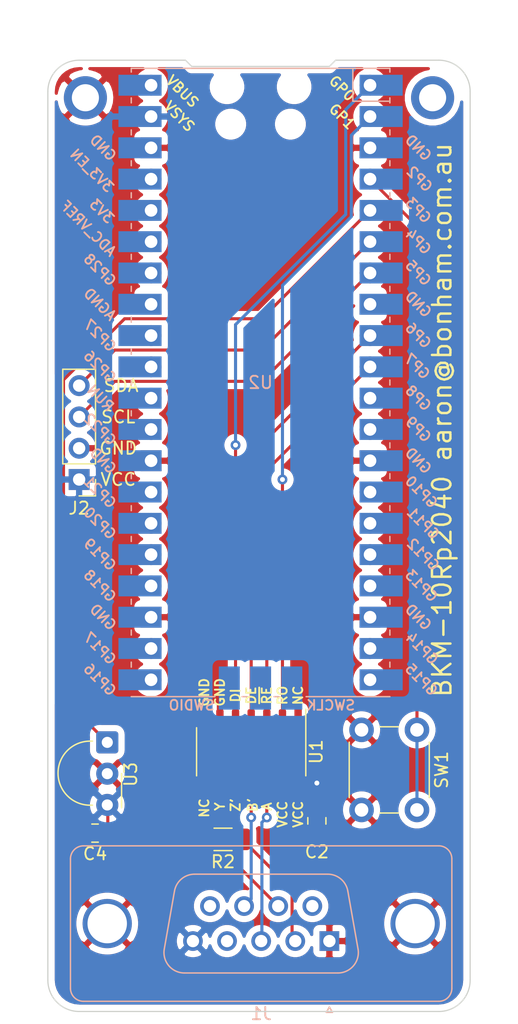
<source format=kicad_pcb>
(kicad_pcb (version 20211014) (generator pcbnew)
  (layers (0 "F.Cu" signal) (31 "B.Cu" signal) (34 "B.Paste" user) (35 "F.Paste" user) (36 "B.SilkS" user "B.Silkscreen") (37 "F.SilkS" user "F.Silkscreen") (38 "B.Mask" user) (39 "F.Mask" user) (44 "Edge.Cuts" user))
  (net 0 "")
  (net 1 "Net-(U2-Pad43)")
  (net 2 "Net-(U2-Pad42)")
  (net 3 "Net-(U2-Pad41)")
  (net 4 "Net-(U2-Pad21)")
  (net 5 "Net-(U2-Pad22)")
  (net 6 "Net-(U2-Pad24)")
  (net 7 "Net-(U2-Pad25)")
  (net 8 "Net-(U2-Pad26)")
  (net 9 "Net-(U2-Pad27)")
  (net 10 "Net-(U2-Pad29)")
  (net 11 "Net-(U2-Pad30)")
  (net 12 "Net-(U2-Pad31)")
  (net 13 "Net-(U2-Pad32)")
  (net 14 "Net-(U2-Pad33)")
  (net 15 "Net-(U2-Pad34)")
  (net 16 "Net-(U2-Pad35)")
  (net 17 "Net-(U2-Pad36)")
  (net 18 "Net-(U2-Pad37)")
  (net 19 "Net-(U2-Pad40)")
  (net 20 "Net-(U2-Pad20)")
  (net 21 "Net-(U2-Pad19)")
  (net 22 "Net-(U2-Pad17)")
  (net 23 "Net-(U2-Pad16)")
  (net 24 "Net-(U2-Pad15)")
  (net 25 "Net-(U2-Pad14)")
  (net 26 "Net-(U2-Pad12)")
  (net 27 "Net-(U2-Pad11)")
  (net 28 "+5V")
  (net 29 "GND")
  (net 30 "RXD-")
  (net 31 "TXD+")
  (net 32 "RXD+")
  (net 33 "TXD-")
  (net 34 "LEARN")
  (net 35 "TX")
  (net 36 "DE")
  (net 37 "~{RE}")
  (net 38 "RX")
  (net 39 "IR")
  (net 40 "SDA")
  (net 41 "SCL")
  (footprint "Capacitor_SMD:C_0805_2012Metric_Pad1.18x1.45mm_HandSolder" (layer "F.Cu") (at 132.334 128.0375 90)
    (fp_text reference "C2" (at -2.5185 0 180) (layer "F.SilkS"))
    (fp_text value "0.1uF")
    (fp_line (start -0.261252 -0.735) (end 0.261252 -0.735) (layer "F.SilkS") (width 0.12))
    (fp_line (start -0.261252 0.735) (end 0.261252 0.735) (layer "F.SilkS") (width 0.12))
    (pad "1" smd roundrect locked (at -1.0375 0 90) (size 1.175 1.45) (layers "F.Cu" "F.Paste" "F.Mask") (roundrect_rratio 0.2127659574) (net 29 "GND"))
    (pad "2" smd roundrect locked (at 1.0375 0 90) (size 1.175 1.45) (layers "F.Cu" "F.Paste" "F.Mask") (roundrect_rratio 0.2127659574) (net 28 "+5V"))
  )
  (footprint "OptoDevice:Vishay_MINIMOLD-3Pin" (layer "F.Cu") (at 115.316 121.666 -90)
    (fp_text reference "U3" (at 2.6 -1.9 -90) (layer "F.SilkS"))
    (fp_text value "TSOP335xx")
    (fp_line (start -0.1 1.4) (end -0.1 1.2) (layer "F.SilkS") (width 0.12))
    (fp_line (start 5.1 1.4) (end 5.1 1.2) (layer "F.SilkS") (width 0.12))
    (fp_line (start 5.3 -1.16) (end 2.54 -1.16) (layer "F.SilkS") (width 0.12))
    (fp_arc (start 5.1 1.4) (mid 2.5 4) (end -0.1 1.4) (layer "F.SilkS") (width 0.12))
    (pad "1" thru_hole roundrect locked (at 0 0 270) (size 1.8 1.8) (drill 0.9) (layers *.Cu *.Mask) (roundrect_rratio 0.139) (net 39 "IR"))
    (pad "2" thru_hole circle locked (at 2.54 0 270) (size 1.8 1.8) (drill 0.9) (layers *.Cu *.Mask) (net 29 "GND"))
    (pad "3" thru_hole circle locked (at 5.08 0 270) (size 1.8 1.8) (drill 0.9) (layers *.Cu *.Mask) (net 28 "+5V"))
  )
  (footprint "Connector_PinHeader_2.54mm:PinHeader_1x04_P2.54mm_Vertical" (layer "F.Cu") (at 113.03 100.33 180)
    (fp_text reference "J2" (at 0 -2.33) (layer "F.SilkS"))
    (fp_text value "Conn_01x04")
    (fp_line (start -1.33 8.95) (end 1.33 8.95) (layer "F.SilkS") (width 0.12))
    (fp_line (start -1.33 -1.33) (end 0 -1.33) (layer "F.SilkS") (width 0.12))
    (fp_line (start -1.33 1.27) (end 1.33 1.27) (layer "F.SilkS") (width 0.12))
    (fp_line (start -1.33 0) (end -1.33 -1.33) (layer "F.SilkS") (width 0.12))
    (fp_line (start 1.33 1.27) (end 1.33 8.95) (layer "F.SilkS") (width 0.12))
    (fp_line (start -1.33 1.27) (end -1.33 8.95) (layer "F.SilkS") (width 0.12))
    (pad "1" thru_hole rect locked (at 0 0 180) (size 1.7 1.7) (drill 1) (layers *.Cu *.Mask) (net 28 "+5V"))
    (pad "2" thru_hole oval locked (at 0 2.54 180) (size 1.7 1.7) (drill 1) (layers *.Cu *.Mask) (net 29 "GND"))
    (pad "3" thru_hole oval locked (at 0 5.08 180) (size 1.7 1.7) (drill 1) (layers *.Cu *.Mask) (net 41 "SCL"))
    (pad "4" thru_hole oval locked (at 0 7.62 180) (size 1.7 1.7) (drill 1) (layers *.Cu *.Mask) (net 40 "SDA"))
  )
  (footprint "Button_Switch_THT:SW_PUSH_6mm" (layer "F.Cu") (at 140.462 120.65 -90)
    (fp_text reference "SW1" (at 3.25 -2 90) (layer "F.SilkS"))
    (fp_text value "SW_DPST_x2")
    (fp_line (start 6.75 3) (end 6.75 1.5) (layer "F.SilkS") (width 0.12))
    (fp_line (start 5.5 -1) (end 1 -1) (layer "F.SilkS") (width 0.12))
    (fp_line (start -0.25 1.5) (end -0.25 3) (layer "F.SilkS") (width 0.12))
    (fp_line (start 1 5.5) (end 5.5 5.5) (layer "F.SilkS") (width 0.12))
    (pad "1" thru_hole circle locked (at 6.5 0) (size 2 2) (drill 1.1) (layers *.Cu *.Mask) (net 34 "LEARN"))
    (pad "1" thru_hole circle locked (at 0 0) (size 2 2) (drill 1.1) (layers *.Cu *.Mask) (net 34 "LEARN"))
    (pad "2" thru_hole circle locked (at 0 4.5) (size 2 2) (drill 1.1) (layers *.Cu *.Mask) (net 29 "GND"))
    (pad "2" thru_hole circle locked (at 6.5 4.5) (size 2 2) (drill 1.1) (layers *.Cu *.Mask) (net 29 "GND"))
  )
  (footprint "MountingHole:MountingHole_2.2mm_M2_ISO7380_Pad" (layer "F.Cu") (at 113.538 69.342)
    (fp_text reference "H1" hide)
    (fp_text value "MountingHole_Pad")
    (pad "1" thru_hole circle locked (at 0 0) (size 3.5 3.5) (drill 2.2) (layers *.Cu *.Mask) (net 29 "GND"))
  )
  (footprint "Capacitor_SMD:C_0805_2012Metric_Pad1.18x1.45mm_HandSolder" (layer "F.Cu") (at 114.3215 129.032 180)
    (fp_text reference "C4" (at 0 -1.68) (layer "F.SilkS"))
    (fp_text value "0.1uF")
    (fp_line (start -0.261252 -0.735) (end 0.261252 -0.735) (layer "F.SilkS") (width 0.12))
    (fp_line (start -0.261252 0.735) (end 0.261252 0.735) (layer "F.SilkS") (width 0.12))
    (pad "1" smd roundrect locked (at -1.0375 0 180) (size 1.175 1.45) (layers "F.Cu" "F.Paste" "F.Mask") (roundrect_rratio 0.2127659574) (net 28 "+5V"))
    (pad "2" smd roundrect locked (at 1.0375 0 180) (size 1.175 1.45) (layers "F.Cu" "F.Paste" "F.Mask") (roundrect_rratio 0.2127659574) (net 29 "GND"))
  )
  (footprint "Resistor_SMD:R_1206_3216Metric_Pad1.30x1.75mm_HandSolder" (layer "F.Cu") (at 124.714 129.54 180)
    (fp_text reference "R2" (at 0 -1.82) (layer "F.SilkS"))
    (fp_text value "60R")
    (fp_line (start -0.727064 -0.91) (end 0.727064 -0.91) (layer "F.SilkS") (width 0.12))
    (fp_line (start -0.727064 0.91) (end 0.727064 0.91) (layer "F.SilkS") (width 0.12))
    (pad "1" smd roundrect locked (at -1.55 0 180) (size 1.3 1.75) (layers "F.Cu" "F.Paste" "F.Mask") (roundrect_rratio 0.1923069231) (net 33 "TXD-"))
    (pad "2" smd roundrect locked (at 1.55 0 180) (size 1.3 1.75) (layers "F.Cu" "F.Paste" "F.Mask") (roundrect_rratio 0.1923069231) (net 31 "TXD+"))
  )
  (footprint "Package_SO:SOIC-14_3.9x8.7mm_P1.27mm" (layer "F.Cu") (at 127 122.428 -90)
    (fp_text reference "U1" (at 0 -5.28 90) (layer "F.SilkS"))
    (fp_text value "ADM3063EARZ-ND")
    (fp_text user "~{RE}" (at -4.572 -1.27 90) (layer "F.SilkS") (effects (font (size 0.75 0.75))))
    (fp_text user "NC" (at -4.572 -3.81 90) (layer "F.SilkS") (effects (font (size 0.75 0.75))))
    (fp_text user "B'" (at 4.318 -0.127 90) (layer "F.SilkS") (effects (font (size 0.75 0.75))))
    (fp_text user "RO" (at -4.572 -2.54 90) (layer "F.SilkS") (effects (font (size 0.75 0.75))))
    (fp_text user "VCC" (at 5.08 -2.54 90) (layer "F.SilkS") (effects (font (size 0.75 0.75))))
    (fp_text user "DE" (at -4.572 0 90) (layer "F.SilkS") (effects (font (size 0.75 0.75))))
    (fp_text user "Z'" (at 4.318 1.27 90) (layer "F.SilkS") (effects (font (size 0.75 0.75))))
    (fp_text user "Y" (at 4.445 2.54 90) (layer "F.SilkS") (effects (font (size 0.75 0.75))))
    (fp_text user "NC" (at 4.572 3.81 90) (layer "F.SilkS") (effects (font (size 0.75 0.75))))
    (fp_text user "VCC" (at 5.08 -3.81 90) (layer "F.SilkS") (effects (font (size 0.75 0.75))))
    (fp_text user "DI" (at -4.572 1.27 90) (layer "F.SilkS") (effects (font (size 0.75 0.75))))
    (fp_text user "GND" (at -4.826 2.54 90) (layer "F.SilkS") (effects (font (size 0.75 0.75))))
    (fp_text user "GND" (at -4.826 3.81 90) (layer "F.SilkS") (effects (font (size 0.75 0.75))))
    (fp_text user "A" (at 4.445 -1.27 90) (layer "F.SilkS") (effects (font (size 0.75 0.75))))
    (fp_line (start 0 -4.435) (end 1.95 -4.435) (layer "F.SilkS") (width 0.12))
    (fp_line (start 0 4.435) (end -1.95 4.435) (layer "F.SilkS") (width 0.12))
    (fp_line (start 0 -4.435) (end -3.45 -4.435) (layer "F.SilkS") (width 0.12))
    (fp_line (start 0 4.435) (end 1.95 4.435) (layer "F.SilkS") (width 0.12))
    (pad "1" smd rect locked (at -2.475 -3.81 270) (size 1.95 0.6) (layers "F.Cu" "F.Paste" "F.Mask"))
    (pad "2" smd roundrect locked (at -2.475 -2.54 270) (size 1.95 0.6) (layers "F.Cu" "F.Paste" "F.Mask") (net 38 "RX"))
    (pad "3" smd roundrect locked (at -2.475 -1.27 270) (size 1.95 0.6) (layers "F.Cu" "F.Paste" "F.Mask") (net 37 "~{RE}"))
    (pad "4" smd roundrect locked (at -2.475 0 270) (size 1.95 0.6) (layers "F.Cu" "F.Paste" "F.Mask") (net 36 "DE"))
    (pad "5" smd roundrect locked (at -2.475 1.27 270) (size 1.95 0.6) (layers "F.Cu" "F.Paste" "F.Mask") (net 35 "TX"))
    (pad "6" smd roundrect locked (at -2.475 2.54 270) (size 1.95 0.6) (layers "F.Cu" "F.Paste" "F.Mask") (net 29 "GND"))
    (pad "7" smd roundrect locked (at -2.475 3.81 270) (size 1.95 0.6) (layers "F.Cu" "F.Paste" "F.Mask") (net 29 "GND"))
    (pad "8" smd roundrect locked (at 2.475 3.81 270) (size 1.95 0.6) (layers "F.Cu" "F.Paste" "F.Mask"))
    (pad "9" smd roundrect locked (at 2.475 2.54 270) (size 1.95 0.6) (layers "F.Cu" "F.Paste" "F.Mask") (net 31 "TXD+"))
    (pad "10" smd roundrect locked (at 2.475 1.27 270) (size 1.95 0.6) (layers "F.Cu" "F.Paste" "F.Mask") (net 33 "TXD-"))
    (pad "11" smd roundrect locked (at 2.475 0 270) (size 1.95 0.6) (layers "F.Cu" "F.Paste" "F.Mask") (net 30 "RXD-"))
    (pad "12" smd roundrect locked (at 2.475 -1.27 270) (size 1.95 0.6) (layers "F.Cu" "F.Paste" "F.Mask") (net 32 "RXD+"))
    (pad "13" smd roundrect locked (at 2.475 -2.54 270) (size 1.95 0.6) (layers "F.Cu" "F.Paste" "F.Mask") (net 28 "+5V"))
    (pad "14" smd roundrect locked (at 2.475 -3.81 270) (size 1.95 0.6) (layers "F.Cu" "F.Paste" "F.Mask") (net 28 "+5V"))
  )
  (footprint "MountingHole:MountingHole_2.2mm_M2_ISO7380_Pad" (layer "F.Cu") (at 141.732 69.342)
    (fp_text reference "H1" hide)
    (fp_text value "MountingHole_Pad")
    (pad "1" thru_hole circle locked (at 0 0) (size 3.5 3.5) (drill 2.2) (layers *.Cu *.Mask))
  )
  (footprint "Connector_Dsub:DSUB-9_Female_Vertical_P2.77x2.84mm_MountingHoles" (layer "B.Cu") (at 133.35 137.795)
    (fp_text reference "J1" (at -5.54 5.89) (layer "B.SilkS") (effects (justify mirror)))
    (fp_text value "DB9_Female_MountingHoles")
    (fp_line (start 0.25 5.784338) (end 0 5.351325) (layer "B.SilkS") (width 0.12))
    (fp_line (start -21.025 -6.67) (end -21.025 3.83) (layer "B.SilkS") (width 0.12))
    (fp_line (start -19.965 4.89) (end 8.885 4.89) (layer "B.SilkS") (width 0.12))
    (fp_line (start 9.945 3.83) (end 9.945 -6.67) (layer "B.SilkS") (width 0.12))
    (fp_line (start 2.32647 0.641744) (end 1.497733 -4.058256) (layer "B.SilkS") (width 0.12))
    (fp_line (start -10.942952 -5.43) (end -0.137048 -5.43) (layer "B.SilkS") (width 0.12))
    (fp_line (start 0 5.351325) (end -0.25 5.784338) (layer "B.SilkS") (width 0.12))
    (fp_line (start -0.25 5.784338) (end 0.25 5.784338) (layer "B.SilkS") (width 0.12))
    (fp_line (start -11.771689 2.59) (end 0.691689 2.59) (layer "B.SilkS") (width 0.12))
    (fp_line (start 8.885 -7.73) (end -19.965 -7.73) (layer "B.SilkS") (width 0.12))
    (fp_line (start -13.40647 0.641744) (end -12.577733 -4.058256) (layer "B.SilkS") (width 0.12))
    (fp_arc (start -11.771689 2.59) (mid -13.043323 1.997027) (end -13.40647 0.641744) (layer "B.SilkS") (width 0.12))
    (fp_arc (start 2.32647 0.641744) (mid 1.963323 1.997028) (end 0.691689 2.59) (layer "B.SilkS") (width 0.12))
    (fp_arc (start -0.137048 -5.43) (mid 0.929979 -5.041634) (end 1.497733 -4.058256) (layer "B.SilkS") (width 0.12))
    (fp_arc (start 8.885 -7.73) (mid 9.634533 -7.419533) (end 9.945 -6.67) (layer "B.SilkS") (width 0.12))
    (fp_arc (start -19.965 4.89) (mid -20.714533 4.579533) (end -21.025 3.83) (layer "B.SilkS") (width 0.12))
    (fp_arc (start -21.025 -6.67) (mid -20.714533 -7.419533) (end -19.965 -7.73) (layer "B.SilkS") (width 0.12))
    (fp_arc (start -12.577733 -4.058256) (mid -12.00998 -5.041634) (end -10.942952 -5.43) (layer "B.SilkS") (width 0.12))
    (fp_arc (start 9.945 3.83) (mid 9.634533 4.579533) (end 8.885 4.89) (layer "B.SilkS") (width 0.12))
    (pad "0" thru_hole circle locked (at -18.04 -1.42) (size 4 4) (drill 3.2) (layers *.Cu *.Mask) (net 29 "GND"))
    (pad "0" thru_hole circle locked (at 6.96 -1.42) (size 4 4) (drill 3.2) (layers *.Cu *.Mask) (net 29 "GND"))
    (pad "1" thru_hole rect locked (at 0 0) (size 1.6 1.6) (drill 1) (layers *.Cu *.Mask) (net 29 "GND"))
    (pad "2" thru_hole circle locked (at -2.77 0) (size 1.6 1.6) (drill 1) (layers *.Cu *.Mask) (net 33 "TXD-"))
    (pad "3" thru_hole circle locked (at -5.54 0) (size 1.6 1.6) (drill 1) (layers *.Cu *.Mask) (net 32 "RXD+"))
    (pad "4" thru_hole circle locked (at -8.31 0) (size 1.6 1.6) (drill 1) (layers *.Cu *.Mask))
    (pad "5" thru_hole circle locked (at -11.08 0) (size 1.6 1.6) (drill 1) (layers *.Cu *.Mask) (net 28 "+5V"))
    (pad "6" thru_hole circle locked (at -1.385 -2.84) (size 1.6 1.6) (drill 1) (layers *.Cu *.Mask))
    (pad "7" thru_hole circle locked (at -4.155 -2.84) (size 1.6 1.6) (drill 1) (layers *.Cu *.Mask) (net 31 "TXD+"))
    (pad "8" thru_hole circle locked (at -6.925 -2.84) (size 1.6 1.6) (drill 1) (layers *.Cu *.Mask) (net 30 "RXD-"))
    (pad "9" thru_hole circle locked (at -9.695 -2.84) (size 1.6 1.6) (drill 1) (layers *.Cu *.Mask))
  )
  (footprint "MCU_RaspberryPi_and_Boards:RPi_Pico_SMD_TH" (layer "B.Cu") (at 127.762 92.456 180)
    (fp_text reference "U2" (at 0 0) (layer "B.SilkS") (effects (justify mirror)))
    (fp_text value "Pico")
    (fp_text user "GP6" (at -12.8 3.81 315) (layer "B.SilkS") (effects (font (size 0.8 0.8)) (justify mirror)))
    (fp_text user "GP11" (at -13.2 -11.43 315) (layer "B.SilkS") (effects (font (size 0.8 0.8)) (justify mirror)))
    (fp_text user "GP26" (at 13.054 1.27 315) (layer "B.SilkS") (effects (font (size 0.8 0.8)) (justify mirror)))
    (fp_text user "GND" (at -12.8 19.05 315) (layer "B.SilkS") (effects (font (size 0.8 0.8)) (justify mirror)))
    (fp_text user "3V3_EN" (at 13.7 17.2 315) (layer "B.SilkS") (effects (font (size 0.8 0.8)) (justify mirror)))
    (fp_text user "GP7" (at -12.7 1.3 315) (layer "B.SilkS") (effects (font (size 0.8 0.8)) (justify mirror)))
    (fp_text user "AGND" (at 13.054 6.35 315) (layer "B.SilkS") (effects (font (size 0.8 0.8)) (justify mirror)))
    (fp_text user "GP15" (at -13.054 -24.13 315) (layer "B.SilkS") (effects (font (size 0.8 0.8)) (justify mirror)))
    (fp_text user "GP19" (at 13.054 -13.97 315) (layer "B.SilkS") (effects (font (size 0.8 0.8)) (justify mirror)))
    (fp_text user "3V3" (at 12.9 13.9 315) (layer "B.SilkS") (effects (font (size 0.8 0.8)) (justify mirror)))
    (fp_text user "GP10" (at -13.054 -8.89 315) (layer "B.SilkS") (effects (font (size 0.8 0.8)) (justify mirror)))
    (fp_text user "GP13" (at -13.054 -16.51 315) (layer "B.SilkS") (effects (font (size 0.8 0.8)) (justify mirror)))
    (fp_text user "GP2" (at -12.9 16.51 315) (layer "B.SilkS") (effects (font (size 0.8 0.8)) (justify mirror)))
    (fp_text user "GP20" (at 13.054 -11.43 315) (layer "B.SilkS") (effects (font (size 0.8 0.8)) (justify mirror)))
    (fp_text user "GP16" (at 13.054 -24.13 315) (layer "B.SilkS") (effects (font (size 0.8 0.8)) (justify mirror)))
    (fp_text user "GND" (at 12.8 -19.05 315) (layer "B.SilkS") (effects (font (size 0.8 0.8)) (justify mirror)))
    (fp_text user "GND" (at 12.8 -6.35 315) (layer "B.SilkS") (effects (font (size 0.8 0.8)) (justify mirror)))
    (fp_text user "GND" (at -12.8 6.35 315) (layer "B.SilkS") (effects (font (size 0.8 0.8)) (justify mirror)))
    (fp_text user "GP14" (at -13.1 -21.59 315) (layer "B.SilkS") (effects (font (size 0.8 0.8)) (justify mirror)))
    (fp_text user "GND" (at -12.8 -19.05 315) (layer "B.SilkS") (effects (font (size 0.8 0.8)) (justify mirror)))
    (fp_text user "GP12" (at -13.2 -13.97 315) (layer "B.SilkS") (effects (font (size 0.8 0.8)) (justify mirror)))
    (fp_text user "RUN" (at 13 -1.27 315) (layer "B.SilkS") (effects (font (size 0.8 0.8)) (justify mirror)))
    (fp_text user "GP17" (at 13.054 -21.59 315) (layer "B.SilkS") (effects (font (size 0.8 0.8)) (justify mirror)))
    (fp_text user "GND" (at -12.8 -6.35 315) (layer "B.SilkS") (effects (font (size 0.8 0.8)) (justify mirror)))
    (fp_text user "GP27" (at 13.054 3.8 315) (layer "B.SilkS") (effects (font (size 0.8 0.8)) (justify mirror)))
    (fp_text user "GP28" (at 13.054 9.144 315) (layer "B.SilkS") (effects (font (size 0.8 0.8)) (justify mirror)))
    (fp_text user "GP4" (at -12.8 11.43 315) (layer "B.SilkS") (effects (font (size 0.8 0.8)) (justify mirror)))
    (fp_text user "SWCLK" (at -5.7 -26.2) (layer "B.SilkS") (effects (font (size 0.8 0.8)) (justify mirror)))
    (fp_text user "SWDIO" (at 5.6 -26.2) (layer "B.SilkS") (effects (font (size 0.8 0.8)) (justify mirror)))
    (fp_text user "GP18" (at 13.054 -16.51 315) (layer "B.SilkS") (effects (font (size 0.8 0.8)) (justify mirror)))
    (fp_text user "ADC_VREF" (at 14 12.5 315) (layer "B.SilkS") (effects (font (size 0.8 0.8)) (justify mirror)))
    (fp_text user "GP21" (at 13.054 -8.9 315) (layer "B.SilkS") (effects (font (size 0.8 0.8)) (justify mirror)))
    (fp_text user "GP3" (at -12.8 13.97 315) (layer "B.SilkS") (effects (font (size 0.8 0.8)) (justify mirror)))
    (fp_text user "GP9" (at -12.8 -3.81 315) (layer "B.SilkS") (effects (font (size 0.8 0.8)) (justify mirror)))
    (fp_text user "GP22" (at 13.054 -3.81 315) (layer "B.SilkS") (effects (font (size 0.8 0.8)) (justify mirror)))
    (fp_text user "GND" (at 12.8 19.05 315) (layer "B.SilkS") (effects (font (size 0.8 0.8)) (justify mirror)))
    (fp_text user "GP5" (at -12.8 8.89 315) (layer "B.SilkS") (effects (font (size 0.8 0.8)) (justify mirror)))
    (fp_text user "GP8" (at -12.8 -1.27 315) (layer "B.SilkS") (effects (font (size 0.8 0.8)) (justify mirror)))
    (fp_text user "VBUS" (at 6.35 23.622 315) (layer "F.SilkS") (effects (font (size 0.8 0.8))))
    (fp_text user "GP0" (at -6.604 23.876 315) (layer "F.SilkS") (effects (font (size 0.8 0.8))))
    (fp_text user "GP1" (at -6.604 21.59 315) (layer "F.SilkS") (effects (font (size 0.8 0.8))))
    (fp_text user "VSYS" (at 6.604 21.59 315) (layer "F.SilkS") (effects (font (size 0.8 0.8))))
    (fp_line (start -3.7 -25.5) (end -10.5 -25.5) (layer "B.SilkS") (width 0.12))
    (fp_line (start 10.5 2.7) (end 10.5 2.3) (layer "B.SilkS") (width 0.12))
    (fp_line (start -10.5 18) (end -10.5 17.6) (layer "B.SilkS") (width 0.12))
    (fp_line (start -10.5 25.5) (end 10.5 25.5) (layer "B.SilkS") (width 0.12))
    (fp_line (start 10.5 10.4) (end 10.5 10) (layer "B.SilkS") (width 0.12))
    (fp_line (start -10.5 -15.1) (end -10.5 -15.5) (layer "B.SilkS") (width 0.12))
    (fp_line (start -10.5 -20.1) (end -10.5 -20.5) (layer "B.SilkS") (width 0.12))
    (fp_line (start 10.5 -2.3) (end 10.5 -2.7) (layer "B.SilkS") (width 0.12))
    (fp_line (start 10.5 15.4) (end 10.5 15) (layer "B.SilkS") (width 0.12))
    (fp_line (start 10.5 0.2) (end 10.5 -0.2) (layer "B.SilkS") (width 0.12))
    (fp_line (start -10.5 20.5) (end -10.5 20.1) (layer "B.SilkS") (width 0.12))
    (fp_line (start 10.5 -22.7) (end 10.5 -23.1) (layer "B.SilkS") (width 0.12))
    (fp_line (start -10.5 -12.5) (end -10.5 -12.9) (layer "B.SilkS") (width 0.12))
    (fp_line (start -10.5 -7.4) (end -10.5 -7.8) (layer "B.SilkS") (width 0.12))
    (fp_line (start 10.5 -12.5) (end 10.5 -12.9) (layer "B.SilkS") (width 0.12))
    (fp_line (start -10.5 5.3) (end -10.5 4.9) (layer "B.SilkS") (width 0.12))
    (fp_line (start 10.5 20.5) (end 10.5 20.1) (layer "B.SilkS") (width 0.12))
    (fp_line (start -10.5 10.4) (end -10.5 10) (layer "B.SilkS") (width 0.12))
    (fp_line (start 10.5 -25.5) (end 3.7 -25.5) (layer "B.SilkS") (width 0.12))
    (fp_line (start -10.5 7.8) (end -10.5 7.4) (layer "B.SilkS") (width 0.12))
    (fp_line (start -10.5 22.833) (end -7.493 22.833) (layer "B.SilkS") (width 0.12))
    (fp_line (start -10.5 15.4) (end -10.5 15) (layer "B.SilkS") (width 0.12))
    (fp_line (start 10.5 25.5) (end 10.5 25.2) (layer "B.SilkS") (width 0.12))
    (fp_line (start 10.5 18) (end 10.5 17.6) (layer "B.SilkS") (width 0.12))
    (fp_line (start 10.5 -10) (end 10.5 -10.4) (layer "B.SilkS") (width 0.12))
    (fp_line (start 10.5 -4.9) (end 10.5 -5.3) (layer "B.SilkS") (width 0.12))
    (fp_line (start -7.493 22.833) (end -7.493 25.5) (layer "B.SilkS") (width 0.12))
    (fp_line (start -10.5 -17.6) (end -10.5 -18) (layer "B.SilkS") (width 0.12))
    (fp_line (start -10.5 -4.9) (end -10.5 -5.3) (layer "B.SilkS") (width 0.12))
    (fp_line (start -10.5 -2.3) (end -10.5 -2.7) (layer "B.SilkS") (width 0.12))
    (fp_line (start -10.5 -10) (end -10.5 -10.4) (layer "B.SilkS") (width 0.12))
    (fp_line (start -10.5 12.9) (end -10.5 12.5) (layer "B.SilkS") (width 0.12))
    (fp_line (start 1.1 -25.5) (end 1.5 -25.5) (layer "B.SilkS") (width 0.12))
    (fp_line (start 10.5 12.9) (end 10.5 12.5) (layer "B.SilkS") (width 0.12))
    (fp_line (start -10.5 0.2) (end -10.5 -0.2) (layer "B.SilkS") (width 0.12))
    (fp_line (start 10.5 5.3) (end 10.5 4.9) (layer "B.SilkS") (width 0.12))
    (fp_line (start -10.5 -22.7) (end -10.5 -23.1) (layer "B.SilkS") (width 0.12))
    (fp_line (start 10.5 -7.4) (end 10.5 -7.8) (layer "B.SilkS") (width 0.12))
    (fp_line (start 10.5 -20.1) (end 10.5 -20.5) (layer "B.SilkS") (width 0.12))
    (fp_line (start 10.5 -15.1) (end 10.5 -15.5) (layer "B.SilkS") (width 0.12))
    (fp_line (start 10.5 23.1) (end 10.5 22.7) (layer "B.SilkS") (width 0.12))
    (fp_line (start 10.5 -17.6) (end 10.5 -18) (layer "B.SilkS") (width 0.12))
    (fp_line (start -10.5 2.7) (end -10.5 2.3) (layer "B.SilkS") (width 0.12))
    (fp_line (start -1.5 -25.5) (end -1.1 -25.5) (layer "B.SilkS") (width 0.12))
    (fp_line (start 10.5 7.8) (end 10.5 7.4) (layer "B.SilkS") (width 0.12))
    (fp_line (start -10.5 23.1) (end -10.5 22.7) (layer "B.SilkS") (width 0.12))
    (fp_line (start -10.5 25.5) (end -10.5 25.2) (layer "B.SilkS") (width 0.12))
    (pad "" np_thru_hole oval locked (at 2.425 20.97 180) (size 1.5 1.5) (drill 1.5) (layers *.Cu *.Mask))
    (pad "" np_thru_hole oval locked (at 2.725 24 180) (size 1.8 1.8) (drill 1.8) (layers *.Cu *.Mask))
    (pad "" np_thru_hole oval locked (at -2.425 20.97 180) (size 1.5 1.5) (drill 1.5) (layers *.Cu *.Mask))
    (pad "" np_thru_hole oval locked (at -2.725 24 180) (size 1.8 1.8) (drill 1.8) (layers *.Cu *.Mask))
    (pad "1" thru_hole oval locked (at -8.89 24.13 180) (size 1.7 1.7) (drill 1.02) (layers *.Cu *.Mask) (net 35 "TX"))
    (pad "1" smd rect locked (at -8.89 24.13 180) (size 3.5 1.7) (drill (offset -0.9 0)) (layers "B.Cu" "B.Mask") (net 35 "TX"))
    (pad "2" smd rect locked (at -8.89 21.59 180) (size 3.5 1.7) (drill (offset -0.9 0)) (layers "B.Cu" "B.Mask") (net 38 "RX"))
    (pad "2" thru_hole oval locked (at -8.89 21.59 180) (size 1.7 1.7) (drill 1.02) (layers *.Cu *.Mask) (net 38 "RX"))
    (pad "3" thru_hole rect locked (at -8.89 19.05 180) (size 1.7 1.7) (drill 1.02) (layers *.Cu *.Mask) (net 29 "GND"))
    (pad "3" smd rect locked (at -8.89 19.05 180) (size 3.5 1.7) (drill (offset -0.9 0)) (layers "B.Cu" "B.Mask") (net 29 "GND"))
    (pad "4" smd rect locked (at -8.89 16.51 180) (size 3.5 1.7) (drill (offset -0.9 0)) (layers "B.Cu" "B.Mask") (net 34 "LEARN"))
    (pad "4" thru_hole oval locked (at -8.89 16.51 180) (size 1.7 1.7) (drill 1.02) (layers *.Cu *.Mask) (net 34 "LEARN"))
    (pad "5" smd rect locked (at -8.89 13.97 180) (size 3.5 1.7) (drill (offset -0.9 0)) (layers "B.Cu" "B.Mask") (net 39 "IR"))
    (pad "5" thru_hole oval locked (at -8.89 13.97 180) (size 1.7 1.7) (drill 1.02) (layers *.Cu *.Mask) (net 39 "IR"))
    (pad "6" smd rect locked (at -8.89 11.43 180) (size 3.5 1.7) (drill (offset -0.9 0)) (layers "B.Cu" "B.Mask") (net 40 "SDA"))
    (pad "6" thru_hole oval locked (at -8.89 11.43 180) (size 1.7 1.7) (drill 1.02) (layers *.Cu *.Mask) (net 40 "SDA"))
    (pad "7" smd rect locked (at -8.89 8.89 180) (size 3.5 1.7) (drill (offset -0.9 0)) (layers "B.Cu" "B.Mask") (net 41 "SCL"))
    (pad "7" thru_hole oval locked (at -8.89 8.89 180) (size 1.7 1.7) (drill 1.02) (layers *.Cu *.Mask) (net 41 "SCL"))
    (pad "8" smd rect locked (at -8.89 6.35 180) (size 3.5 1.7) (drill (offset -0.9 0)) (layers "B.Cu" "B.Mask") (net 29 "GND"))
    (pad "8" thru_hole rect locked (at -8.89 6.35 180) (size 1.7 1.7) (drill 1.02) (layers *.Cu *.Mask) (net 29 "GND"))
    (pad "9" smd rect locked (at -8.89 3.81 180) (size 3.5 1.7) (drill (offset -0.9 0)) (layers "B.Cu" "B.Mask") (net 36 "DE"))
    (pad "9" thru_hole oval locked (at -8.89 3.81 180) (size 1.7 1.7) (drill 1.02) (layers *.Cu *.Mask) (net 36 "DE"))
    (pad "10" thru_hole oval locked (at -8.89 1.27 180) (size 1.7 1.7) (drill 1.02) (layers *.Cu *.Mask) (net 37 "~{RE}"))
    (pad "10" smd rect locked (at -8.89 1.27 180) (size 3.5 1.7) (drill (offset -0.9 0)) (layers "B.Cu" "B.Mask") (net 37 "~{RE}"))
    (pad "11" smd rect locked (at -8.89 -1.27 180) (size 3.5 1.7) (drill (offset -0.9 0)) (layers "B.Cu" "B.Mask") (net 27 "Net-(U2-Pad11)"))
    (pad "11" thru_hole oval locked (at -8.89 -1.27 180) (size 1.7 1.7) (drill 1.02) (layers *.Cu *.Mask) (net 27 "Net-(U2-Pad11)"))
    (pad "12" thru_hole oval locked (at -8.89 -3.81 180) (size 1.7 1.7) (drill 1.02) (layers *.Cu *.Mask) (net 26 "Net-(U2-Pad12)"))
    (pad "12" smd rect locked (at -8.89 -3.81 180) (size 3.5 1.7) (drill (offset -0.9 0)) (layers "B.Cu" "B.Mask") (net 26 "Net-(U2-Pad12)"))
    (pad "13" thru_hole rect locked (at -8.89 -6.35 180) (size 1.7 1.7) (drill 1.02) (layers *.Cu *.Mask) (net 29 "GND"))
    (pad "13" smd rect locked (at -8.89 -6.35 180) (size 3.5 1.7) (drill (offset -0.9 0)) (layers "B.Cu" "B.Mask") (net 29 "GND"))
    (pad "14" thru_hole oval locked (at -8.89 -8.89 180) (size 1.7 1.7) (drill 1.02) (layers *.Cu *.Mask) (net 25 "Net-(U2-Pad14)"))
    (pad "14" smd rect locked (at -8.89 -8.89 180) (size 3.5 1.7) (drill (offset -0.9 0)) (layers "B.Cu" "B.Mask") (net 25 "Net-(U2-Pad14)"))
    (pad "15" thru_hole oval locked (at -8.89 -11.43 180) (size 1.7 1.7) (drill 1.02) (layers *.Cu *.Mask) (net 24 "Net-(U2-Pad15)"))
    (pad "15" smd rect locked (at -8.89 -11.43 180) (size 3.5 1.7) (drill (offset -0.9 0)) (layers "B.Cu" "B.Mask") (net 24 "Net-(U2-Pad15)"))
    (pad "16" smd rect locked (at -8.89 -13.97 180) (size 3.5 1.7) (drill (offset -0.9 0)) (layers "B.Cu" "B.Mask") (net 23 "Net-(U2-Pad16)"))
    (pad "16" thru_hole oval locked (at -8.89 -13.97 180) (size 1.7 1.7) (drill 1.02) (layers *.Cu *.Mask) (net 23 "Net-(U2-Pad16)"))
    (pad "17" thru_hole oval locked (at -8.89 -16.51 180) (size 1.7 1.7) (drill 1.02) (layers *.Cu *.Mask) (net 22 "Net-(U2-Pad17)"))
    (pad "17" smd rect locked (at -8.89 -16.51 180) (size 3.5 1.7) (drill (offset -0.9 0)) (layers "B.Cu" "B.Mask") (net 22 "Net-(U2-Pad17)"))
    (pad "18" thru_hole rect locked (at -8.89 -19.05 180) (size 1.7 1.7) (drill 1.02) (layers *.Cu *.Mask) (net 29 "GND"))
    (pad "18" smd rect locked (at -8.89 -19.05 180) (size 3.5 1.7) (drill (offset -0.9 0)) (layers "B.Cu" "B.Mask") (net 29 "GND"))
    (pad "19" thru_hole oval locked (at -8.89 -21.59 180) (size 1.7 1.7) (drill 1.02) (layers *.Cu *.Mask) (net 21 "Net-(U2-Pad19)"))
    (pad "19" smd rect locked (at -8.89 -21.59 180) (size 3.5 1.7) (drill (offset -0.9 0)) (layers "B.Cu" "B.Mask") (net 21 "Net-(U2-Pad19)"))
    (pad "20" thru_hole oval locked (at -8.89 -24.13 180) (size 1.7 1.7) (drill 1.02) (layers *.Cu *.Mask) (net 20 "Net-(U2-Pad20)"))
    (pad "20" smd rect locked (at -8.89 -24.13 180) (size 3.5 1.7) (drill (offset -0.9 0)) (layers "B.Cu" "B.Mask") (net 20 "Net-(U2-Pad20)"))
    (pad "21" thru_hole oval locked (at 8.89 -24.13 180) (size 1.7 1.7) (drill 1.02) (layers *.Cu *.Mask) (net 4 "Net-(U2-Pad21)"))
    (pad "21" smd rect locked (at 8.89 -24.13 180) (size 3.5 1.7) (drill (offset 0.9 0)) (layers "B.Cu" "B.Mask") (net 4 "Net-(U2-Pad21)"))
    (pad "22" smd rect locked (at 8.89 -21.59 180) (size 3.5 1.7) (drill (offset 0.9 0)) (layers "B.Cu" "B.Mask") (net 5 "Net-(U2-Pad22)"))
    (pad "22" thru_hole oval locked (at 8.89 -21.59 180) (size 1.7 1.7) (drill 1.02) (layers *.Cu *.Mask) (net 5 "Net-(U2-Pad22)"))
    (pad "23" thru_hole rect locked (at 8.89 -19.05 180) (size 1.7 1.7) (drill 1.02) (layers *.Cu *.Mask) (net 29 "GND"))
    (pad "23" smd rect locked (at 8.89 -19.05 180) (size 3.5 1.7) (drill (offset 0.9 0)) (layers "B.Cu" "B.Mask") (net 29 "GND"))
    (pad "24" smd rect locked (at 8.89 -16.51 180) (size 3.5 1.7) (drill (offset 0.9 0)) (layers "B.Cu" "B.Mask") (net 6 "Net-(U2-Pad24)"))
    (pad "24" thru_hole oval locked (at 8.89 -16.51 180) (size 1.7 1.7) (drill 1.02) (layers *.Cu *.Mask) (net 6 "Net-(U2-Pad24)"))
    (pad "25" smd rect locked (at 8.89 -13.97 180) (size 3.5 1.7) (drill (offset 0.9 0)) (layers "B.Cu" "B.Mask") (net 7 "Net-(U2-Pad25)"))
    (pad "25" thru_hole oval locked (at 8.89 -13.97 180) (size 1.7 1.7) (drill 1.02) (layers *.Cu *.Mask) (net 7 "Net-(U2-Pad25)"))
    (pad "26" smd rect locked (at 8.89 -11.43 180) (size 3.5 1.7) (drill (offset 0.9 0)) (layers "B.Cu" "B.Mask") (net 8 "Net-(U2-Pad26)"))
    (pad "26" thru_hole oval locked (at 8.89 -11.43 180) (size 1.7 1.7) (drill 1.02) (layers *.Cu *.Mask) (net 8 "Net-(U2-Pad26)"))
    (pad "27" smd rect locked (at 8.89 -8.89 180) (size 3.5 1.7) (drill (offset 0.9 0)) (layers "B.Cu" "B.Mask") (net 9 "Net-(U2-Pad27)"))
    (pad "27" thru_hole oval locked (at 8.89 -8.89 180) (size 1.7 1.7) (drill 1.02) (layers *.Cu *.Mask) (net 9 "Net-(U2-Pad27)"))
    (pad "28" smd rect locked (at 8.89 -6.35 180) (size 3.5 1.7) (drill (offset 0.9 0)) (layers "B.Cu" "B.Mask") (net 29 "GND"))
    (pad "28" thru_hole rect locked (at 8.89 -6.35 180) (size 1.7 1.7) (drill 1.02) (layers *.Cu *.Mask) (net 29 "GND"))
    (pad "29" thru_hole oval locked (at 8.89 -3.81 180) (size 1.7 1.7) (drill 1.02) (layers *.Cu *.Mask) (net 10 "Net-(U2-Pad29)"))
    (pad "29" smd rect locked (at 8.89 -3.81 180) (size 3.5 1.7) (drill (offset 0.9 0)) (layers "B.Cu" "B.Mask") (net 10 "Net-(U2-Pad29)"))
    (pad "30" smd rect locked (at 8.89 -1.27 180) (size 3.5 1.7) (drill (offset 0.9 0)) (layers "B.Cu" "B.Mask") (net 11 "Net-(U2-Pad30)"))
    (pad "30" thru_hole oval locked (at 8.89 -1.27 180) (size 1.7 1.7) (drill 1.02) (layers *.Cu *.Mask) (net 11 "Net-(U2-Pad30)"))
    (pad "31" thru_hole oval locked (at 8.89 1.27 180) (size 1.7 1.7) (drill 1.02) (layers *.Cu *.Mask) (net 12 "Net-(U2-Pad31)"))
    (pad "31" smd rect locked (at 8.89 1.27 180) (size 3.5 1.7) (drill (offset 0.9 0)) (layers "B.Cu" "B.Mask") (net 12 "Net-(U2-Pad31)"))
    (pad "32" smd rect locked (at 8.89 3.81 180) (size 3.5 1.7) (drill (offset 0.9 0)) (layers "B.Cu" "B.Mask") (net 13 "Net-(U2-Pad32)"))
    (pad "32" thru_hole oval locked (at 8.89 3.81 180) (size 1.7 1.7) (drill 1.02) (layers *.Cu *.Mask) (net 13 "Net-(U2-Pad32)"))
    (pad "33" thru_hole rect locked (at 8.89 6.35 180) (size 1.7 1.7) (drill 1.02) (layers *.Cu *.Mask) (net 14 "Net-(U2-Pad33)"))
    (pad "33" smd rect locked (at 8.89 6.35 180) (size 3.5 1.7) (drill (offset 0.9 0)) (layers "B.Cu" "B.Mask") (net 14 "Net-(U2-Pad33)"))
    (pad "34" smd rect locked (at 8.89 8.89 180) (size 3.5 1.7) (drill (offset 0.9 0)) (layers "B.Cu" "B.Mask") (net 15 "Net-(U2-Pad34)"))
    (pad "34" thru_hole oval locked (at 8.89 8.89 180) (size 1.7 1.7) (drill 1.02) (layers *.Cu *.Mask) (net 15 "Net-(U2-Pad34)"))
    (pad "35" thru_hole oval locked (at 8.89 11.43 180) (size 1.7 1.7) (drill 1.02) (layers *.Cu *.Mask) (net 16 "Net-(U2-Pad35)"))
    (pad "35" smd rect locked (at 8.89 11.43 180) (size 3.5 1.7) (drill (offset 0.9 0)) (layers "B.Cu" "B.Mask") (net 16 "Net-(U2-Pad35)"))
    (pad "36" thru_hole oval locked (at 8.89 13.97 180) (size 1.7 1.7) (drill 1.02) (layers *.Cu *.Mask) (net 17 "Net-(U2-Pad36)"))
    (pad "36" smd rect locked (at 8.89 13.97 180) (size 3.5 1.7) (drill (offset 0.9 0)) (layers "B.Cu" "B.Mask") (net 17 "Net-(U2-Pad36)"))
    (pad "37" thru_hole oval locked (at 8.89 16.51 180) (size 1.7 1.7) (drill 1.02) (layers *.Cu *.Mask) (net 18 "Net-(U2-Pad37)"))
    (pad "37" smd rect locked (at 8.89 16.51 180) (size 3.5 1.7) (drill (offset 0.9 0)) (layers "B.Cu" "B.Mask") (net 18 "Net-(U2-Pad37)"))
    (pad "38" thru_hole rect locked (at 8.89 19.05 180) (size 1.7 1.7) (drill 1.02) (layers *.Cu *.Mask) (net 29 "GND"))
    (pad "38" smd rect locked (at 8.89 19.05 180) (size 3.5 1.7) (drill (offset 0.9 0)) (layers "B.Cu" "B.Mask") (net 29 "GND"))
    (pad "39" thru_hole oval locked (at 8.89 21.59 180) (size 1.7 1.7) (drill 1.02) (layers *.Cu *.Mask) (net 28 "+5V"))
    (pad "39" smd rect locked (at 8.89 21.59 180) (size 3.5 1.7) (drill (offset 0.9 0)) (layers "B.Cu" "B.Mask") (net 28 "+5V"))
    (pad "40" smd rect locked (at 8.89 24.13 180) (size 3.5 1.7) (drill (offset 0.9 0)) (layers "B.Cu" "B.Mask") (net 19 "Net-(U2-Pad40)"))
    (pad "40" thru_hole oval locked (at 8.89 24.13 180) (size 1.7 1.7) (drill 1.02) (layers *.Cu *.Mask) (net 19 "Net-(U2-Pad40)"))
    (pad "41" smd rect locked (at -2.54 -23.9 90) (size 3.5 1.7) (drill (offset -0.9 0)) (layers "B.Cu" "B.Mask") (net 3 "Net-(U2-Pad41)"))
    (pad "41" smd oval locked (at -2.54 -23.9 180) (size 1.7 1.7) (layers "B.Cu" "B.Paste" "B.Mask") (net 3 "Net-(U2-Pad41)"))
    (pad "42" smd rect locked (at 0 -23.9 90) (size 3.5 1.7) (drill (offset -0.9 0)) (layers "B.Cu" "B.Mask") (net 2 "Net-(U2-Pad42)"))
    (pad "42" smd rect locked (at 0 -23.9 180) (size 1.7 1.7) (layers "B.Cu" "B.Paste" "B.Mask") (net 2 "Net-(U2-Pad42)"))
    (pad "43" smd oval locked (at 2.54 -23.9 180) (size 1.7 1.7) (layers "B.Cu" "B.Paste" "B.Mask") (net 1 "Net-(U2-Pad43)"))
    (pad "43" smd rect locked (at 2.54 -23.9 90) (size 3.5 1.7) (drill (offset -0.9 0)) (layers "B.Cu" "B.Mask") (net 1 "Net-(U2-Pad43)"))
  )
  (gr_arc (start 144.78 140.97) (mid 144.036051 142.766051) (end 142.24 143.51) (layer "Edge.Cuts") (width 0.1))
  (gr_line (start 144.78 68.834) (end 144.78 140.97) (layer "Edge.Cuts") (width 0.1))
  (gr_line (start 133.858 66.294) (end 142.24 66.294) (layer "Edge.Cuts") (width 0.1))
  (gr_arc (start 142.24 66.294) (mid 144.036051 67.037949) (end 144.78 68.834) (layer "Edge.Cuts") (width 0.1))
  (gr_arc (start 113.03 143.51) (mid 111.233949 142.766051) (end 110.49 140.97) (layer "Edge.Cuts") (width 0.1))
  (gr_line (start 133.35 66.802) (end 133.858 66.294) (layer "Edge.Cuts") (width 0.1))
  (gr_line (start 113.03 66.294) (end 121.666 66.294) (layer "Edge.Cuts") (width 0.1))
  (gr_arc (start 110.49 68.834) (mid 111.233949 67.037949) (end 113.03 66.294) (layer "Edge.Cuts") (width 0.1))
  (gr_line (start 122.174 66.802) (end 121.666 66.294) (layer "Edge.Cuts") (width 0.1))
  (gr_line (start 110.49 140.97) (end 110.49 68.834) (layer "Edge.Cuts") (width 0.1))
  (gr_line (start 122.174 66.802) (end 133.35 66.802) (layer "Edge.Cuts") (width 0.1))
  (gr_line (start 142.24 143.51) (end 113.03 143.51) (layer "Edge.Cuts") (width 0.1))
  (gr_text "BKM-10Rp2040 aaron@bonham.com.au" (at 142.494 95.504 90) (layer "F.SilkS") (effects (font (size 1.5 1.5) (thickness 0.2))))
  (gr_text "VCC" (at 116.205 100.33) (layer "F.SilkS") (effects (font (size 1 1))))
  (gr_text "SCL" (at 116.205 95.25) (layer "F.SilkS") (effects (font (size 1 1))))
  (gr_text "SDA" (at 114.935 92.71) (layer "F.SilkS") (effects (font (size 1 1)) (justify left)))
  (gr_text "GND" (at 116.205 97.79) (layer "F.SilkS") (effects (font (size 1 1))))
  (segment (start 129.54 124.903) (end 130.81 124.903) (width 0.25) (layer "F.Cu") (net 28))
  (segment (start 115.359 129.032) (end 115.359 126.789) (width 0.25) (layer "F.Cu") (net 28))
  (segment (start 132.334 124.968) (end 132.334 127.2325) (width 0.25) (layer "F.Cu") (net 28))
  (segment (start 132.269 124.903) (end 132.334 124.968) (width 0.25) (layer "F.Cu") (net 28))
  (segment (start 115.359 126.789) (end 115.316 126.746) (width 0.25) (layer "F.Cu") (net 28))
  (segment (start 130.81 124.903) (end 132.269 124.903) (width 0.25) (layer "F.Cu") (net 28))
  (segment (start 132.334 127.2325) (end 132.3555 127.254) (width 0.25) (layer "F.Cu") (net 28))
  (via (at 132.334 124.968) (size 0.8) (drill 0.4) (layers "F.Cu" "B.Cu") (net 28))
  (segment (start 127 124.903) (end 127 127.762) (width 0.25) (layer "F.Cu") (net 30))
  (via (at 127 127.762) (size 0.8) (drill 0.4) (layers "F.Cu" "B.Cu") (net 30))
  (segment (start 127 134.38) (end 126.425 134.955) (width 0.25) (layer "B.Cu") (net 30))
  (segment (start 127 127.762) (end 127 134.38) (width 0.25) (layer "B.Cu") (net 30))
  (segment (start 123.164 129.54) (end 123.78 129.54) (width 0.25) (layer "F.Cu") (net 31))
  (segment (start 124.46 128.244) (end 123.164 129.54) (width 0.25) (layer "F.Cu") (net 31))
  (segment (start 124.46 124.903) (end 124.46 128.244) (width 0.25) (layer "F.Cu") (net 31))
  (segment (start 123.78 129.54) (end 129.195 134.955) (width 0.25) (layer "F.Cu") (net 31))
  (segment (start 128.27 124.903) (end 128.27 127.762) (width 0.25) (layer "F.Cu") (net 32))
  (via (at 128.27 127.762) (size 0.8) (drill 0.4) (layers "F.Cu" "B.Cu") (net 32))
  (segment (start 127.870001 128.161999) (end 127.870001 137.734999) (width 0.25) (layer "B.Cu") (net 32))
  (segment (start 128.27 127.762) (end 127.870001 128.161999) (width 0.25) (layer "B.Cu") (net 32))
  (segment (start 127.870001 137.734999) (end 127.81 137.795) (width 0.25) (layer "B.Cu") (net 32))
  (segment (start 125.73 124.903) (end 125.73 129.006) (width 0.25) (layer "F.Cu") (net 33))
  (segment (start 125.73 129.006) (end 126.264 129.54) (width 0.25) (layer "F.Cu") (net 33))
  (segment (start 126.264 129.54) (end 130.320001 133.596001) (width 0.25) (layer "F.Cu") (net 33))
  (segment (start 130.320001 137.535001) (end 130.58 137.795) (width 0.25) (layer "F.Cu") (net 33))
  (segment (start 130.320001 133.596001) (end 130.320001 137.535001) (width 0.25) (layer "F.Cu") (net 33))
  (segment (start 140.462 81.28) (end 140.462 120.65) (width 0.25) (layer "F.Cu") (net 34))
  (segment (start 136.652 75.946) (end 140.462 79.756) (width 0.25) (layer "F.Cu") (net 34))
  (segment (start 140.462 79.756) (end 140.462 81.28) (width 0.25) (layer "F.Cu") (net 34))
  (segment (start 140.462 120.65) (end 140.462 127.15) (width 0.25) (layer "B.Cu") (net 34))
  (segment (start 125.73 119.953) (end 125.73 97.536) (width 0.25) (layer "F.Cu") (net 35))
  (via (at 125.73 97.536) (size 0.8) (drill 0.4) (layers "F.Cu" "B.Cu") (net 35))
  (segment (start 134.67799 78.8076) (end 134.67799 70.30001) (width 0.25) (layer "B.Cu") (net 35))
  (segment (start 125.73 97.536) (end 125.73 87.75559) (width 0.25) (layer "B.Cu") (net 35))
  (segment (start 134.67799 70.30001) (end 136.652 68.326) (width 0.25) (layer "B.Cu") (net 35))
  (segment (start 125.73 87.75559) (end 134.67799 78.8076) (width 0.25) (layer "B.Cu") (net 35))
  (segment (start 127 98.298) (end 127 119.953) (width 0.25) (layer "F.Cu") (net 36))
  (segment (start 136.652 88.646) (end 127 98.298) (width 0.25) (layer "F.Cu") (net 36))
  (segment (start 128.27 99.568) (end 128.27 119.953) (width 0.25) (layer "F.Cu") (net 37))
  (segment (start 136.652 91.186) (end 128.27 99.568) (width 0.25) (layer "F.Cu") (net 37))
  (segment (start 129.54 119.953) (end 129.54 100.33) (width 0.25) (layer "F.Cu") (net 38))
  (via (at 129.54 100.33) (size 0.8) (drill 0.4) (layers "F.Cu" "B.Cu") (net 38))
  (segment (start 129.54 84.582) (end 135.128 78.994) (width 0.25) (layer "B.Cu") (net 38))
  (segment (start 129.54 100.33) (end 129.54 84.582) (width 0.25) (layer "B.Cu") (net 38))
  (segment (start 135.128 78.994) (end 135.128 72.39) (width 0.25) (layer "B.Cu") (net 38))
  (segment (start 135.128 72.39) (end 136.652 70.866) (width 0.25) (layer "B.Cu") (net 38))
  (segment (start 111.76 92.240998) (end 116.719997 87.281001) (width 0.25) (layer "F.Cu") (net 39))
  (segment (start 127.856999 87.281001) (end 136.652 78.486) (width 0.25) (layer "F.Cu") (net 39))
  (segment (start 111.76 118.11) (end 111.76 92.240998) (width 0.25) (layer "F.Cu") (net 39))
  (segment (start 116.719997 87.281001) (end 127.856999 87.281001) (width 0.25) (layer "F.Cu") (net 39))
  (segment (start 115.316 121.666) (end 111.76 118.11) (width 0.25) (layer "F.Cu") (net 39))
  (segment (start 127.856999 89.821001) (end 136.652 81.026) (width 0.25) (layer "F.Cu") (net 40))
  (segment (start 113.03 92.71) (end 115.918999 89.821001) (width 0.25) (layer "F.Cu") (net 40))
  (segment (start 115.918999 89.821001) (end 127.856999 89.821001) (width 0.25) (layer "F.Cu") (net 40))
  (segment (start 113.03 95.25) (end 115.918999 92.361001) (width 0.25) (layer "F.Cu") (net 41))
  (segment (start 127.856999 92.361001) (end 136.652 83.566) (width 0.25) (layer "F.Cu") (net 41))
  (segment (start 115.918999 92.361001) (end 127.856999 92.361001) (width 0.25) (layer "F.Cu") (net 41))
  (zone (net 29) (net_name "GND") (layer "F.Cu") (connect_pads (clearance 0.508)) (min_thickness 0.254) (fill yes (thermal_gap 0.508) (thermal_bridge_width 0.508))
    (polygon (pts (xy 144.78 143.51) (xy 110.49 143.51) (xy 110.49 66.294) (xy 144.78 66.294)))
  )
  (zone (net 28) (net_name "+5V") (layer "B.Cu") (connect_pads (clearance 0.508)) (min_thickness 0.254) (fill yes (thermal_gap 0.508) (thermal_bridge_width 0.508))
    (polygon (pts (xy 144.78 143.51) (xy 110.49 143.51) (xy 110.871 66.294) (xy 145.161 66.294)))
  )
)
</source>
